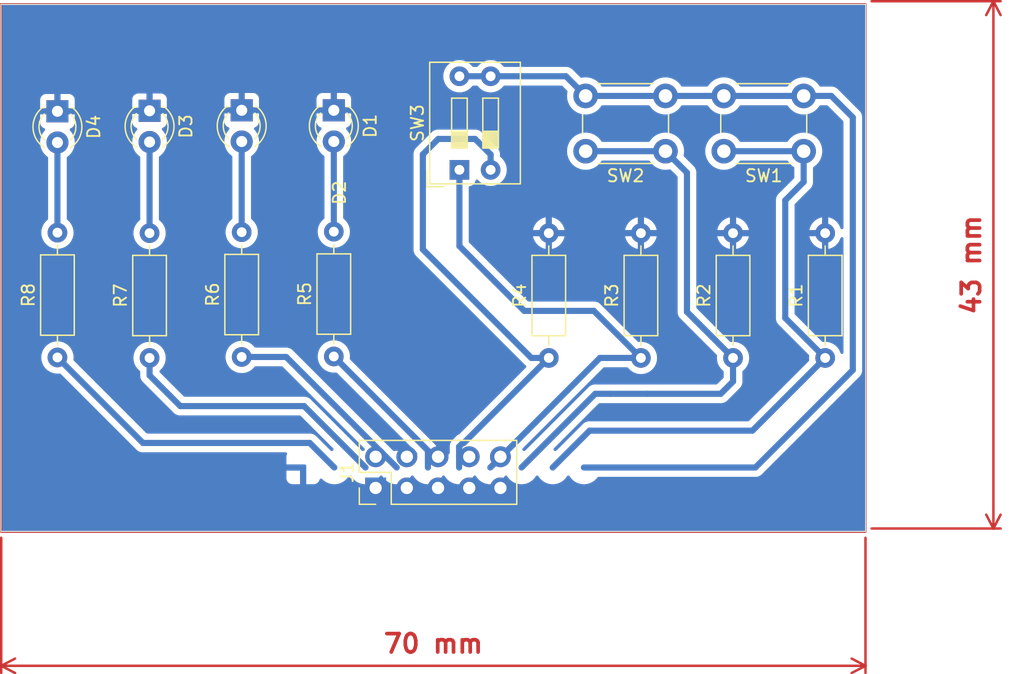
<source format=kicad_pcb>
(kicad_pcb (version 20211014) (generator pcbnew)
  (layers (0 "F.Cu" signal) (31 "B.Cu" signal) (34 "B.Paste" user) (35 "F.Paste" user) (36 "B.SilkS" user "B.Silkscreen") (37 "F.SilkS" user "F.Silkscreen") (38 "B.Mask" user) (39 "F.Mask" user) (44 "Edge.Cuts" user))
  (net 0 "")
  (net 1 "Net-(J1-Pad5)")
  (net 2 "Net-(D1-Pad2)")
  (net 3 "Net-(J1-Pad4)")
  (net 4 "Net-(D2-Pad2)")
  (net 5 "Net-(J1-Pad3)")
  (net 6 "Net-(D3-Pad2)")
  (net 7 "Net-(J1-Pad2)")
  (net 8 "Net-(D4-Pad2)")
  (net 9 "GND")
  (net 10 "Net-(J1-Pad6)")
  (net 11 "Net-(J1-Pad7)")
  (net 12 "Net-(J1-Pad8)")
  (net 13 "Net-(J1-Pad9)")
  (net 14 "+5V")
  (footprint "Resistor_THT:R_Axial_DIN0207_L6.3mm_D2.5mm_P10.16mm_Horizontal" (layer "F.Cu") (at 135 95.08 90)
    (fp_text reference "R4" (at 5.08 -2.37 90) (layer "F.SilkS"))
    (fp_text value "5 k")
    (fp_line (start 8.35 1.37) (end 8.35 -1.37) (layer "F.SilkS") (width 0.12))
    (fp_line (start 8.35 -1.37) (end 1.81 -1.37) (layer "F.SilkS") (width 0.12))
    (fp_line (start 9.12 0) (end 8.35 0) (layer "F.SilkS") (width 0.12))
    (fp_line (start 1.81 -1.37) (end 1.81 1.37) (layer "F.SilkS") (width 0.12))
    (fp_line (start 1.81 1.37) (end 8.35 1.37) (layer "F.SilkS") (width 0.12))
    (fp_line (start 1.04 0) (end 1.81 0) (layer "F.SilkS") (width 0.12))
    (pad "1" thru_hole circle (at 0 0 90) (size 1.6 1.6) (drill 0.8) (layers *.Cu *.Mask) (net 10 "Net-(J1-Pad6)"))
    (pad "2" thru_hole oval (at 10.16 0 90) (size 1.6 1.6) (drill 0.8) (layers *.Cu *.Mask) (net 9 "GND"))
  )
  (footprint "Resistor_THT:R_Axial_DIN0207_L6.3mm_D2.5mm_P10.16mm_Horizontal" (layer "F.Cu") (at 157.5 95.08 90)
    (fp_text reference "R1" (at 5.08 -2.37 90) (layer "F.SilkS"))
    (fp_text value "5 k")
    (fp_line (start 9.12 0) (end 8.35 0) (layer "F.SilkS") (width 0.12))
    (fp_line (start 8.35 1.37) (end 8.35 -1.37) (layer "F.SilkS") (width 0.12))
    (fp_line (start 1.81 -1.37) (end 1.81 1.37) (layer "F.SilkS") (width 0.12))
    (fp_line (start 1.04 0) (end 1.81 0) (layer "F.SilkS") (width 0.12))
    (fp_line (start 1.81 1.37) (end 8.35 1.37) (layer "F.SilkS") (width 0.12))
    (fp_line (start 8.35 -1.37) (end 1.81 -1.37) (layer "F.SilkS") (width 0.12))
    (pad "1" thru_hole circle (at 0 0 90) (size 1.6 1.6) (drill 0.8) (layers *.Cu *.Mask) (net 13 "Net-(J1-Pad9)"))
    (pad "2" thru_hole oval (at 10.16 0 90) (size 1.6 1.6) (drill 0.8) (layers *.Cu *.Mask) (net 9 "GND"))
  )
  (footprint "Button_Switch_THT:SW_PUSH_6mm_H7.3mm" (layer "F.Cu") (at 155.75 78.25 180)
    (fp_text reference "SW1" (at 3.25 -2) (layer "F.SilkS"))
    (fp_text value "SW_Push")
    (fp_line (start 5.5 -1) (end 1 -1) (layer "F.SilkS") (width 0.12))
    (fp_line (start 6.75 3) (end 6.75 1.5) (layer "F.SilkS") (width 0.12))
    (fp_line (start -0.25 1.5) (end -0.25 3) (layer "F.SilkS") (width 0.12))
    (fp_line (start 1 5.5) (end 5.5 5.5) (layer "F.SilkS") (width 0.12))
    (pad "1" thru_hole circle (at 0 0 270) (size 2 2) (drill 1.1) (layers *.Cu *.Mask) (net 13 "Net-(J1-Pad9)"))
    (pad "1" thru_hole circle (at 6.5 0 270) (size 2 2) (drill 1.1) (layers *.Cu *.Mask) (net 13 "Net-(J1-Pad9)"))
    (pad "2" thru_hole circle (at 6.5 4.5 270) (size 2 2) (drill 1.1) (layers *.Cu *.Mask) (net 14 "+5V"))
    (pad "2" thru_hole circle (at 0 4.5 270) (size 2 2) (drill 1.1) (layers *.Cu *.Mask) (net 14 "+5V"))
  )
  (footprint "Button_Switch_THT:SW_DIP_SPSTx02_Slide_9.78x7.26mm_W7.62mm_P2.54mm" (layer "F.Cu") (at 127.725 79.7675 90)
    (fp_text reference "SW3" (at 3.81 -3.42 90) (layer "F.SilkS"))
    (fp_text value "SW_DIP_x02")
    (fp_line (start 1.78 2.265) (end 3.133333 2.265) (layer "F.SilkS") (width 0.12))
    (fp_line (start 5.84 1.905) (end 1.78 1.905) (layer "F.SilkS") (width 0.12))
    (fp_line (start 1.78 0.325) (end 3.133333 0.325) (layer "F.SilkS") (width 0.12))
    (fp_line (start 1.78 2.745) (end 3.133333 2.745) (layer "F.SilkS") (width 0.12))
    (fp_line (start 1.78 -0.395) (end 3.133333 -0.395) (layer "F.SilkS") (width 0.12))
    (fp_line (start 1.78 0.445) (end 3.133333 0.445) (layer "F.SilkS") (width 0.12))
    (fp_line (start 1.78 -0.635) (end 1.78 0.635) (layer "F.SilkS") (width 0.12))
    (fp_line (start 3.133333 1.905) (end 3.133333 3.175) (layer "F.SilkS") (width 0.12))
    (fp_line (start 1.78 2.145) (end 3.133333 2.145) (layer "F.SilkS") (width 0.12))
    (fp_line (start 1.78 2.025) (end 3.133333 2.025) (layer "F.SilkS") (width 0.12))
    (fp_line (start 1.78 0.565) (end 3.133333 0.565) (layer "F.SilkS") (width 0.12))
    (fp_line (start 5.84 3.175) (end 5.84 1.905) (layer "F.SilkS") (width 0.12))
    (fp_line (start 1.78 0.085) (end 3.133333 0.085) (layer "F.SilkS") (width 0.12))
    (fp_line (start 1.78 -0.515) (end 3.133333 -0.515) (layer "F.SilkS") (width 0.12))
    (fp_line (start 1.78 0.635) (end 5.84 0.635) (layer "F.SilkS") (width 0.12))
    (fp_line (start 3.133333 -0.635) (end 3.133333 0.635) (layer "F.SilkS") (width 0.12))
    (fp_line (start 1.78 1.905) (end 1.78 3.175) (layer "F.SilkS") (width 0.12))
    (fp_line (start 8.76 -2.42) (end 8.76 4.96) (layer "F.SilkS") (width 0.12))
    (fp_line (start 1.78 2.625) (end 3.133333 2.625) (layer "F.SilkS") (width 0.12))
    (fp_line (start 1.78 3.105) (end 3.133333 3.105) (layer "F.SilkS") (width 0.12))
    (fp_line (start -1.38 -2.66) (end -1.38 -1.277) (layer "F.SilkS") (width 0.12))
    (fp_line (start -1.14 -2.42) (end 8.76 -2.42) (layer "F.SilkS") (width 0.12))
    (fp_line (start 1.78 2.505) (end 3.133333 2.505) (layer "F.SilkS") (width 0.12))
    (fp_line (start 1.78 0.205) (end 3.133333 0.205) (layer "F.SilkS") (width 0.12))
    (fp_line (start 1.78 -0.035) (end 3.133333 -0.035) (layer "F.SilkS") (width 0.12))
    (fp_line (start 1.78 -0.275) (end 3.133333 -0.275) (layer "F.SilkS") (width 0.12))
    (fp_line (start 1.78 -0.155) (end 3.133333 -0.155) (layer "F.SilkS") (width 0.12))
    (fp_line (start -1.14 4.96) (end 8.76 4.96) (layer "F.SilkS") (width 0.12))
    (fp_line (start 1.78 2.865) (end 3.133333 2.865) (layer "F.SilkS") (width 0.12))
    (fp_line (start -1.38 -2.66) (end 0.004 -2.66) (layer "F.SilkS") (width 0.12))
    (fp_line (start 1.78 2.385) (end 3.133333 2.385) (layer "F.SilkS") (width 0.12))
    (fp_line (start -1.14 -2.42) (end -1.14 4.96) (layer "F.SilkS") (width 0.12))
    (fp_line (start 1.78 2.985) (end 3.133333 2.985) (layer "F.SilkS") (width 0.12))
    (fp_line (start 5.84 -0.635) (end 1.78 -0.635) (layer "F.SilkS") (width 0.12))
    (fp_line (start 5.84 0.635) (end 5.84 -0.635) (layer "F.SilkS") (width 0.12))
    (fp_line (start 1.78 3.175) (end 5.84 3.175) (layer "F.SilkS") (width 0.12))
    (pad "1" thru_hole rect (at 0 0 90) (size 1.6 1.6) (drill 0.8) (layers *.Cu *.Mask) (net 11 "Net-(J1-Pad7)"))
    (pad "2" thru_hole oval (at 0 2.54 90) (size 1.6 1.6) (drill 0.8) (layers *.Cu *.Mask) (net 10 "Net-(J1-Pad6)"))
    (pad "3" thru_hole oval (at 7.62 2.54 90) (size 1.6 1.6) (drill 0.8) (layers *.Cu *.Mask) (net 14 "+5V"))
    (pad "4" thru_hole oval (at 7.62 0 90) (size 1.6 1.6) (drill 0.8) (layers *.Cu *.Mask) (net 14 "+5V"))
  )
  (footprint "Resistor_THT:R_Axial_DIN0207_L6.3mm_D2.5mm_P10.16mm_Horizontal" (layer "F.Cu") (at 142.5 95.08 90)
    (fp_text reference "R3" (at 5.08 -2.37 90) (layer "F.SilkS"))
    (fp_text value "5 k")
    (fp_line (start 9.12 0) (end 8.35 0) (layer "F.SilkS") (width 0.12))
    (fp_line (start 8.35 -1.37) (end 1.81 -1.37) (layer "F.SilkS") (width 0.12))
    (fp_line (start 1.81 -1.37) (end 1.81 1.37) (layer "F.SilkS") (width 0.12))
    (fp_line (start 1.04 0) (end 1.81 0) (layer "F.SilkS") (width 0.12))
    (fp_line (start 8.35 1.37) (end 8.35 -1.37) (layer "F.SilkS") (width 0.12))
    (fp_line (start 1.81 1.37) (end 8.35 1.37) (layer "F.SilkS") (width 0.12))
    (pad "1" thru_hole circle (at 0 0 90) (size 1.6 1.6) (drill 0.8) (layers *.Cu *.Mask) (net 11 "Net-(J1-Pad7)"))
    (pad "2" thru_hole oval (at 10.16 0 90) (size 1.6 1.6) (drill 0.8) (layers *.Cu *.Mask) (net 9 "GND"))
  )
  (footprint "Resistor_THT:R_Axial_DIN0207_L6.3mm_D2.5mm_P10.16mm_Horizontal" (layer "F.Cu") (at 110 95 90)
    (fp_text reference "R6" (at 5.08 -2.37 90) (layer "F.SilkS"))
    (fp_text value "220")
    (fp_line (start 1.81 1.37) (end 8.35 1.37) (layer "F.SilkS") (width 0.12))
    (fp_line (start 8.35 -1.37) (end 1.81 -1.37) (layer "F.SilkS") (width 0.12))
    (fp_line (start 9.12 0) (end 8.35 0) (layer "F.SilkS") (width 0.12))
    (fp_line (start 1.81 -1.37) (end 1.81 1.37) (layer "F.SilkS") (width 0.12))
    (fp_line (start 1.04 0) (end 1.81 0) (layer "F.SilkS") (width 0.12))
    (fp_line (start 8.35 1.37) (end 8.35 -1.37) (layer "F.SilkS") (width 0.12))
    (pad "1" thru_hole circle (at 0 0 90) (size 1.6 1.6) (drill 0.8) (layers *.Cu *.Mask) (net 3 "Net-(J1-Pad4)"))
    (pad "2" thru_hole oval (at 10.16 0 90) (size 1.6 1.6) (drill 0.8) (layers *.Cu *.Mask) (net 4 "Net-(D2-Pad2)"))
  )
  (footprint "LED_THT:LED_D3.0mm" (layer "F.Cu") (at 102.5 74.96 -90)
    (fp_text reference "D3" (at 1.27 -2.96 90) (layer "F.SilkS"))
    (fp_text value "LED")
    (fp_line (start -0.29 -1.236) (end -0.29 -1.08) (layer "F.SilkS") (width 0.12))
    (fp_line (start -0.29 1.08) (end -0.29 1.236) (layer "F.SilkS") (width 0.12))
    (fp_arc (start 0.229039 -1.08) (mid 1.270117 -1.5) (end 2.31113 -1.079837) (layer "F.SilkS") (width 0.12))
    (fp_arc (start -0.29 -1.235516) (mid 1.366487 -1.987659) (end 2.942335 -1.078608) (layer "F.SilkS") (width 0.12))
    (fp_arc (start 2.31113 1.079837) (mid 1.270117 1.5) (end 0.229039 1.08) (layer "F.SilkS") (width 0.12))
    (fp_arc (start 2.942335 1.078608) (mid 1.366487 1.987659) (end -0.29 1.235516) (layer "F.SilkS") (width 0.12))
    (pad "1" thru_hole rect (at 0 0 270) (size 1.8 1.8) (drill 0.9) (layers *.Cu *.Mask) (net 9 "GND"))
    (pad "2" thru_hole circle (at 2.54 0 270) (size 1.8 1.8) (drill 0.9) (layers *.Cu *.Mask) (net 6 "Net-(D3-Pad2)"))
  )
  (footprint "Resistor_THT:R_Axial_DIN0207_L6.3mm_D2.5mm_P10.16mm_Horizontal" (layer "F.Cu") (at 102.5 95.08 90)
    (fp_text reference "R7" (at 5.08 -2.37 90) (layer "F.SilkS"))
    (fp_text value "220")
    (fp_line (start 9.12 0) (end 8.35 0) (layer "F.SilkS") (width 0.12))
    (fp_line (start 8.35 1.37) (end 8.35 -1.37) (layer "F.SilkS") (width 0.12))
    (fp_line (start 8.35 -1.37) (end 1.81 -1.37) (layer "F.SilkS") (width 0.12))
    (fp_line (start 1.81 -1.37) (end 1.81 1.37) (layer "F.SilkS") (width 0.12))
    (fp_line (start 1.04 0) (end 1.81 0) (layer "F.SilkS") (width 0.12))
    (fp_line (start 1.81 1.37) (end 8.35 1.37) (layer "F.SilkS") (width 0.12))
    (pad "1" thru_hole circle (at 0 0 90) (size 1.6 1.6) (drill 0.8) (layers *.Cu *.Mask) (net 5 "Net-(J1-Pad3)"))
    (pad "2" thru_hole oval (at 10.16 0 90) (size 1.6 1.6) (drill 0.8) (layers *.Cu *.Mask) (net 6 "Net-(D3-Pad2)"))
  )
  (footprint "LED_THT:LED_D3.0mm" (layer "F.Cu") (at 117.5 74.92 -90)
    (fp_text reference "D1" (at 1.27 -2.96 90) (layer "F.SilkS"))
    (fp_text value "LED")
    (fp_line (start -0.29 1.08) (end -0.29 1.236) (layer "F.SilkS") (width 0.12))
    (fp_line (start -0.29 -1.236) (end -0.29 -1.08) (layer "F.SilkS") (width 0.12))
    (fp_arc (start 2.31113 1.079837) (mid 1.270117 1.5) (end 0.229039 1.08) (layer "F.SilkS") (width 0.12))
    (fp_arc (start 0.229039 -1.08) (mid 1.270117 -1.5) (end 2.31113 -1.079837) (layer "F.SilkS") (width 0.12))
    (fp_arc (start -0.29 -1.235516) (mid 1.366487 -1.987659) (end 2.942335 -1.078608) (layer "F.SilkS") (width 0.12))
    (fp_arc (start 2.942335 1.078608) (mid 1.366487 1.987659) (end -0.29 1.235516) (layer "F.SilkS") (width 0.12))
    (pad "1" thru_hole rect (at 0 0 270) (size 1.8 1.8) (drill 0.9) (layers *.Cu *.Mask) (net 9 "GND"))
    (pad "2" thru_hole circle (at 2.54 0 270) (size 1.8 1.8) (drill 0.9) (layers *.Cu *.Mask) (net 2 "Net-(D1-Pad2)"))
  )
  (footprint "Resistor_THT:R_Axial_DIN0207_L6.3mm_D2.5mm_P10.16mm_Horizontal" (layer "F.Cu") (at 95 95.04 90)
    (fp_text reference "R8" (at 5.08 -2.37 90) (layer "F.SilkS"))
    (fp_text value "220")
    (fp_line (start 8.35 1.37) (end 8.35 -1.37) (layer "F.SilkS") (width 0.12))
    (fp_line (start 9.12 0) (end 8.35 0) (layer "F.SilkS") (width 0.12))
    (fp_line (start 1.81 1.37) (end 8.35 1.37) (layer "F.SilkS") (width 0.12))
    (fp_line (start 8.35 -1.37) (end 1.81 -1.37) (layer "F.SilkS") (width 0.12))
    (fp_line (start 1.04 0) (end 1.81 0) (layer "F.SilkS") (width 0.12))
    (fp_line (start 1.81 -1.37) (end 1.81 1.37) (layer "F.SilkS") (width 0.12))
    (pad "1" thru_hole circle (at 0 0 90) (size 1.6 1.6) (drill 0.8) (layers *.Cu *.Mask) (net 7 "Net-(J1-Pad2)"))
    (pad "2" thru_hole oval (at 10.16 0 90) (size 1.6 1.6) (drill 0.8) (layers *.Cu *.Mask) (net 8 "Net-(D4-Pad2)"))
  )
  (footprint "Resistor_THT:R_Axial_DIN0207_L6.3mm_D2.5mm_P10.16mm_Horizontal" (layer "F.Cu") (at 117.5 94.96 90)
    (fp_text reference "R5" (at 5.08 -2.37 90) (layer "F.SilkS"))
    (fp_text value "220")
    (fp_line (start 1.81 -1.37) (end 1.81 1.37) (layer "F.SilkS") (width 0.12))
    (fp_line (start 9.12 0) (end 8.35 0) (layer "F.SilkS") (width 0.12))
    (fp_line (start 1.04 0) (end 1.81 0) (layer "F.SilkS") (width 0.12))
    (fp_line (start 8.35 -1.37) (end 1.81 -1.37) (layer "F.SilkS") (width 0.12))
    (fp_line (start 1.81 1.37) (end 8.35 1.37) (layer "F.SilkS") (width 0.12))
    (fp_line (start 8.35 1.37) (end 8.35 -1.37) (layer "F.SilkS") (width 0.12))
    (pad "1" thru_hole circle (at 0 0 90) (size 1.6 1.6) (drill 0.8) (layers *.Cu *.Mask) (net 1 "Net-(J1-Pad5)"))
    (pad "2" thru_hole oval (at 10.16 0 90) (size 1.6 1.6) (drill 0.8) (layers *.Cu *.Mask) (net 2 "Net-(D1-Pad2)"))
  )
  (footprint "Button_Switch_THT:SW_PUSH_6mm_H7.3mm" (layer "F.Cu") (at 144.5 78.25 180)
    (fp_text reference "SW2" (at 3.25 -2) (layer "F.SilkS"))
    (fp_text value "SW_Push")
    (fp_line (start 1 5.5) (end 5.5 5.5) (layer "F.SilkS") (width 0.12))
    (fp_line (start 5.5 -1) (end 1 -1) (layer "F.SilkS") (width 0.12))
    (fp_line (start -0.25 1.5) (end -0.25 3) (layer "F.SilkS") (width 0.12))
    (fp_line (start 6.75 3) (end 6.75 1.5) (layer "F.SilkS") (width 0.12))
    (pad "1" thru_hole circle (at 6.5 0 270) (size 2 2) (drill 1.1) (layers *.Cu *.Mask) (net 12 "Net-(J1-Pad8)"))
    (pad "1" thru_hole circle (at 0 0 270) (size 2 2) (drill 1.1) (layers *.Cu *.Mask) (net 12 "Net-(J1-Pad8)"))
    (pad "2" thru_hole circle (at 0 4.5 270) (size 2 2) (drill 1.1) (layers *.Cu *.Mask) (net 14 "+5V"))
    (pad "2" thru_hole circle (at 6.5 4.5 270) (size 2 2) (drill 1.1) (layers *.Cu *.Mask) (net 14 "+5V"))
  )
  (footprint "LED_THT:LED_D3.0mm" (layer "F.Cu") (at 95 75 -90)
    (fp_text reference "D4" (at 1.27 -2.96 90) (layer "F.SilkS"))
    (fp_text value "LED")
    (fp_line (start -0.29 1.08) (end -0.29 1.236) (layer "F.SilkS") (width 0.12))
    (fp_line (start -0.29 -1.236) (end -0.29 -1.08) (layer "F.SilkS") (width 0.12))
    (fp_arc (start 2.942335 1.078608) (mid 1.366487 1.987659) (end -0.29 1.235516) (layer "F.SilkS") (width 0.12))
    (fp_arc (start -0.29 -1.235516) (mid 1.366487 -1.987659) (end 2.942335 -1.078608) (layer "F.SilkS") (width 0.12))
    (fp_arc (start 2.31113 1.079837) (mid 1.270117 1.5) (end 0.229039 1.08) (layer "F.SilkS") (width 0.12))
    (fp_arc (start 0.229039 -1.08) (mid 1.270117 -1.5) (end 2.31113 -1.079837) (layer "F.SilkS") (width 0.12))
    (pad "1" thru_hole rect (at 0 0 270) (size 1.8 1.8) (drill 0.9) (layers *.Cu *.Mask) (net 9 "GND"))
    (pad "2" thru_hole circle (at 2.54 0 270) (size 1.8 1.8) (drill 0.9) (layers *.Cu *.Mask) (net 8 "Net-(D4-Pad2)"))
  )
  (footprint "Connector_PinHeader_2.54mm:PinHeader_2x05_P2.54mm_Vertical" (layer "F.Cu") (at 120.904 105.664 90)
    (fp_text reference "J1" (at 1.27 -2.33 90) (layer "F.SilkS"))
    (fp_text value "Conn_01x10_Female")
    (fp_line (start -1.33 1.27) (end -1.33 11.49) (layer "F.SilkS") (width 0.12))
    (fp_line (start -1.33 1.27) (end 1.27 1.27) (layer "F.SilkS") (width 0.12))
    (fp_line (start -1.33 0) (end -1.33 -1.33) (layer "F.SilkS") (width 0.12))
    (fp_line (start -1.33 11.49) (end 3.87 11.49) (layer "F.SilkS") (width 0.12))
    (fp_line (start 1.27 -1.33) (end 3.87 -1.33) (layer "F.SilkS") (width 0.12))
    (fp_line (start 3.87 -1.33) (end 3.87 11.49) (layer "F.SilkS") (width 0.12))
    (fp_line (start 1.27 1.27) (end 1.27 -1.33) (layer "F.SilkS") (width 0.12))
    (fp_line (start -1.33 -1.33) (end 0 -1.33) (layer "F.SilkS") (width 0.12))
    (pad "1" thru_hole rect (at 0 0 90) (size 1.7 1.7) (drill 1) (layers *.Cu *.Mask) (net 9 "GND"))
    (pad "2" thru_hole oval (at 2.54 0 90) (size 1.7 1.7) (drill 1) (layers *.Cu *.Mask) (net 7 "Net-(J1-Pad2)"))
    (pad "3" thru_hole oval (at 0 2.54 90) (size 1.7 1.7) (drill 1) (layers *.Cu *.Mask) (net 5 "Net-(J1-Pad3)"))
    (pad "4" thru_hole oval (at 2.54 2.54 90) (size 1.7 1.7) (drill 1) (layers *.Cu *.Mask) (net 3 "Net-(J1-Pad4)"))
    (pad "5" thru_hole oval (at 0 5.08 90) (size 1.7 1.7) (drill 1) (layers *.Cu *.Mask) (net 1 "Net-(J1-Pad5)"))
    (pad "6" thru_hole oval (at 2.54 5.08 90) (size 1.7 1.7) (drill 1) (layers *.Cu *.Mask) (net 10 "Net-(J1-Pad6)"))
    (pad "7" thru_hole oval (at 0 7.62 90) (size 1.7 1.7) (drill 1) (layers *.Cu *.Mask) (net 11 "Net-(J1-Pad7)"))
    (pad "8" thru_hole oval (at 2.54 7.62 90) (size 1.7 1.7) (drill 1) (layers *.Cu *.Mask) (net 12 "Net-(J1-Pad8)"))
    (pad "9" thru_hole oval (at 0 10.16 90) (size 1.7 1.7) (drill 1) (layers *.Cu *.Mask) (net 13 "Net-(J1-Pad9)"))
    (pad "10" thru_hole oval (at 2.54 10.16 90) (size 1.7 1.7) (drill 1) (layers *.Cu *.Mask) (net 14 "+5V"))
  )
  (footprint "LED_THT:LED_D3.0mm" (layer "F.Cu") (at 110 74.92 -90)
    (fp_text reference "D2" (at 6.712335 -7.96 90) (layer "F.SilkS"))
    (fp_text value "LED")
    (fp_line (start -0.29 1.08) (end -0.29 1.236) (layer "F.SilkS") (width 0.12))
    (fp_line (start -0.29 -1.236) (end -0.29 -1.08) (layer "F.SilkS") (width 0.12))
    (fp_arc (start 0.229039 -1.08) (mid 1.270117 -1.5) (end 2.31113 -1.079837) (layer "F.SilkS") (width 0.12))
    (fp_arc (start 2.942335 1.078608) (mid 1.366487 1.987659) (end -0.29 1.235516) (layer "F.SilkS") (width 0.12))
    (fp_arc (start -0.29 -1.235516) (mid 1.366487 -1.987659) (end 2.942335 -1.078608) (layer "F.SilkS") (width 0.12))
    (fp_arc (start 2.31113 1.079837) (mid 1.270117 1.5) (end 0.229039 1.08) (layer "F.SilkS") (width 0.12))
    (pad "1" thru_hole rect (at 0 0 270) (size 1.8 1.8) (drill 0.9) (layers *.Cu *.Mask) (net 9 "GND"))
    (pad "2" thru_hole circle (at 2.54 0 270) (size 1.8 1.8) (drill 0.9) (layers *.Cu *.Mask) (net 4 "Net-(D2-Pad2)"))
  )
  (footprint "Resistor_THT:R_Axial_DIN0207_L6.3mm_D2.5mm_P10.16mm_Horizontal" (layer "F.Cu") (at 150 95.08 90)
    (fp_text reference "R2" (at 5.08 -2.37 90) (layer "F.SilkS"))
    (fp_text value "5 k")
    (fp_line (start 1.04 0) (end 1.81 0) (layer "F.SilkS") (width 0.12))
    (fp_line (start 8.35 1.37) (end 8.35 -1.37) (layer "F.SilkS") (width 0.12))
    (fp_line (start 1.81 -1.37) (end 1.81 1.37) (layer "F.SilkS") (width 0.12))
    (fp_line (start 9.12 0) (end 8.35 0) (layer "F.SilkS") (width 0.12))
    (fp_line (start 8.35 -1.37) (end 1.81 -1.37) (layer "F.SilkS") (width 0.12))
    (fp_line (start 1.81 1.37) (end 8.35 1.37) (layer "F.SilkS") (width 0.12))
    (pad "1" thru_hole circle (at 0 0 90) (size 1.6 1.6) (drill 0.8) (layers *.Cu *.Mask) (net 12 "Net-(J1-Pad8)"))
    (pad "2" thru_hole oval (at 10.16 0 90) (size 1.6 1.6) (drill 0.8) (layers *.Cu *.Mask) (net 9 "GND"))
  )
  (gr_rect (start 90.424 66.294) (end 160.782 109.22) (layer "F.Cu") (width 0.2) (fill none))
  (gr_line (start 90.4 66.3) (end 160.8 66.3) (layer "Edge.Cuts") (width 0.1))
  (gr_line (start 160.8 66.3) (end 160.8 109.2) (layer "Edge.Cuts") (width 0.1))
  (gr_line (start 160.8 109.2) (end 90.4 109.2) (layer "Edge.Cuts") (width 0.1))
  (gr_line (start 90.4 109.2) (end 90.4 66.3) (layer "Edge.Cuts") (width 0.1))
  (dimension (type aligned) (layer "F.Cu") (pts (xy 160.782 66.04) (xy 160.782 108.966)) (height -10.414) (gr_text "43 mm" (at 169.396 87.503 90) (layer "F.Cu") (effects (font (size 1.5 1.5) (thickness 0.3)))) (format (units 3) (units_format 1) (precision 4) (override_value "43")) (style (thickness 0.2) (arrow_length 1.27) (text_position_mode 0) (extension_height 0.58642) (extension_offset 0.5) keep_text_aligned))
  (dimension (type aligned) (layer "F.Cu") (pts (xy 90.424 109.22) (xy 160.782 109.22)) (height 10.921999) (gr_text "70 mm" (at 125.603 118.341999) (layer "F.Cu") (effects (font (size 1.5 1.5) (thickness 0.3)))) (format (units 3) (units_format 1) (precision 4) (override_value "70")) (style (thickness 0.2) (arrow_length 1.27) (text_position_mode 0) (extension_height 0.58642) (extension_offset 0.5) keep_text_aligned))
  (segment (start 125.16 104) (end 125.16 102.62) (width 0.5) (layer "B.Cu") (net 1))
  (segment (start 125.16 102.62) (end 117.5 94.96) (width 0.5) (layer "B.Cu") (net 1))
  (segment (start 117.5 77.46) (end 117.5 84.8) (width 0.5) (layer "B.Cu") (net 2))
  (segment (start 113.62 95) (end 122.62 104) (width 0.5) (layer "B.Cu") (net 3))
  (segment (start 110 95) (end 113.62 95) (width 0.5) (layer "B.Cu") (net 3))
  (segment (start 110 84.84) (end 110 77.46) (width 0.5) (layer "B.Cu") (net 4))
  (segment (start 115.08 99) (end 105 99) (width 0.5) (layer "B.Cu") (net 5))
  (segment (start 102.5 96.5) (end 102.5 95.08) (width 0.5) (layer "B.Cu") (net 5))
  (segment (start 120.08 104) (end 115.08 99) (width 0.5) (layer "B.Cu") (net 5))
  (segment (start 105 99) (end 102.5 96.5) (width 0.5) (layer "B.Cu") (net 5))
  (segment (start 102.5 84.92) (end 102.5 77.5) (width 0.5) (layer "B.Cu") (net 6))
  (segment (start 117.54 104) (end 115.54 102) (width 0.5) (layer "B.Cu") (net 7))
  (segment (start 101.96 102) (end 95 95.04) (width 0.5) (layer "B.Cu") (net 7))
  (segment (start 115.54 102) (end 101.96 102) (width 0.5) (layer "B.Cu") (net 7))
  (segment (start 95 84.88) (end 95 77.54) (width 0.5) (layer "B.Cu") (net 8))
  (segment (start 128 102) (end 127.7 102.3) (width 0.5) (layer "B.Cu") (net 10))
  (segment (start 124.75 86.25) (end 124.75 78.5) (width 0.5) (layer "B.Cu") (net 10))
  (segment (start 135 95.08) (end 128.08 102) (width 0.5) (layer "B.Cu") (net 10))
  (segment (start 130.265 78.515) (end 130.265 79.7675) (width 0.5) (layer "B.Cu") (net 10))
  (segment (start 129 77.25) (end 130.265 78.515) (width 0.5) (layer "B.Cu") (net 10))
  (segment (start 127.7 102.3) (end 127.7 104) (width 0.5) (layer "B.Cu") (net 10))
  (segment (start 128.08 102) (end 128 102) (width 0.5) (layer "B.Cu") (net 10))
  (segment (start 135 95.08) (end 133.58 95.08) (width 0.5) (layer "B.Cu") (net 10))
  (segment (start 126 77.25) (end 129 77.25) (width 0.5) (layer "B.Cu") (net 10))
  (segment (start 133.58 95.08) (end 124.75 86.25) (width 0.5) (layer "B.Cu") (net 10))
  (segment (start 124.75 78.5) (end 126 77.25) (width 0.5) (layer "B.Cu") (net 10))
  (segment (start 127.725 85.975) (end 133 91.25) (width 0.5) (layer "B.Cu") (net 11))
  (segment (start 138.67 91.25) (end 142.5 95.08) (width 0.5) (layer "B.Cu") (net 11))
  (segment (start 139.16 95.08) (end 130.24 104) (width 0.5) (layer "B.Cu") (net 11))
  (segment (start 142.5 95.08) (end 139.16 95.08) (width 0.5) (layer "B.Cu") (net 11))
  (segment (start 127.725 79.7675) (end 127.725 85.975) (width 0.5) (layer "B.Cu") (net 11))
  (segment (start 133 91.25) (end 138.67 91.25) (width 0.5) (layer "B.Cu") (net 11))
  (segment (start 132.78 104) (end 138.78 98) (width 0.5) (layer "B.Cu") (net 12))
  (segment (start 138.78 98) (end 140 98) (width 0.5) (layer "B.Cu") (net 12))
  (segment (start 146.25 91.33) (end 146.25 80) (width 0.5) (layer "B.Cu") (net 12))
  (segment (start 149 98) (end 150 97) (width 0.5) (layer "B.Cu") (net 12))
  (segment (start 138 78.25) (end 144.5 78.25) (width 0.5) (layer "B.Cu") (net 12))
  (segment (start 150 97) (end 150 95.08) (width 0.5) (layer "B.Cu") (net 12))
  (segment (start 146.25 91.33) (end 150 95.08) (width 0.5) (layer "B.Cu") (net 12))
  (segment (start 140 98) (end 143 98) (width 0.5) (layer "B.Cu") (net 12))
  (segment (start 146.25 80) (end 144.5 78.25) (width 0.5) (layer "B.Cu") (net 12))
  (segment (start 143 98) (end 149 98) (width 0.5) (layer "B.Cu") (net 12))
  (segment (start 157.5 95.08) (end 151.58 101) (width 0.5) (layer "B.Cu") (net 13))
  (segment (start 154.25 82.25) (end 154.25 91.83) (width 0.5) (layer "B.Cu") (net 13))
  (segment (start 155.75 80.75) (end 154.25 82.25) (width 0.5) (layer "B.Cu") (net 13))
  (segment (start 149.25 78.25) (end 155.75 78.25) (width 0.5) (layer "B.Cu") (net 13))
  (segment (start 154.25 91.83) (end 157.5 95.08) (width 0.5) (layer "B.Cu") (net 13))
  (segment (start 155.75 78.25) (end 155.75 80.75) (width 0.5) (layer "B.Cu") (net 13))
  (segment (start 138.32 101) (end 135.32 104) (width 0.5) (layer "B.Cu") (net 13))
  (segment (start 151.58 101) (end 138.32 101) (width 0.5) (layer "B.Cu") (net 13))
  (segment (start 158 73.75) (end 159.75 75.5) (width 0.5) (layer "B.Cu") (net 14))
  (segment (start 159.75 96.07) (end 151.82 104) (width 0.5) (layer "B.Cu") (net 14))
  (segment (start 138 73.75) (end 155.75 73.75) (width 0.5) (layer "B.Cu") (net 14))
  (segment (start 159.75 75.5) (end 159.75 96.07) (width 0.5) (layer "B.Cu") (net 14))
  (segment (start 127.725 72.1475) (end 136.3975 72.1475) (width 0.5) (layer "B.Cu") (net 14))
  (segment (start 151.82 104) (end 137.86 104) (width 0.5) (layer "B.Cu") (net 14))
  (segment (start 136.3975 72.1475) (end 138 73.75) (width 0.5) (layer "B.Cu") (net 14))
  (segment (start 155.75 73.75) (end 158 73.75) (width 0.5) (layer "B.Cu") (net 14))
  (zone (net 9) (net_name "GND") (layer "B.Cu") (connect_pads (clearance 0.508)) (min_thickness 0.254) (fill yes (thermal_gap 0.508) (thermal_bridge_width 0.508))
    (polygon (pts (xy 160.8 109.2) (xy 90.5 109.2) (xy 90.5 66.3) (xy 160.8 66.3)))
  )
)
</source>
